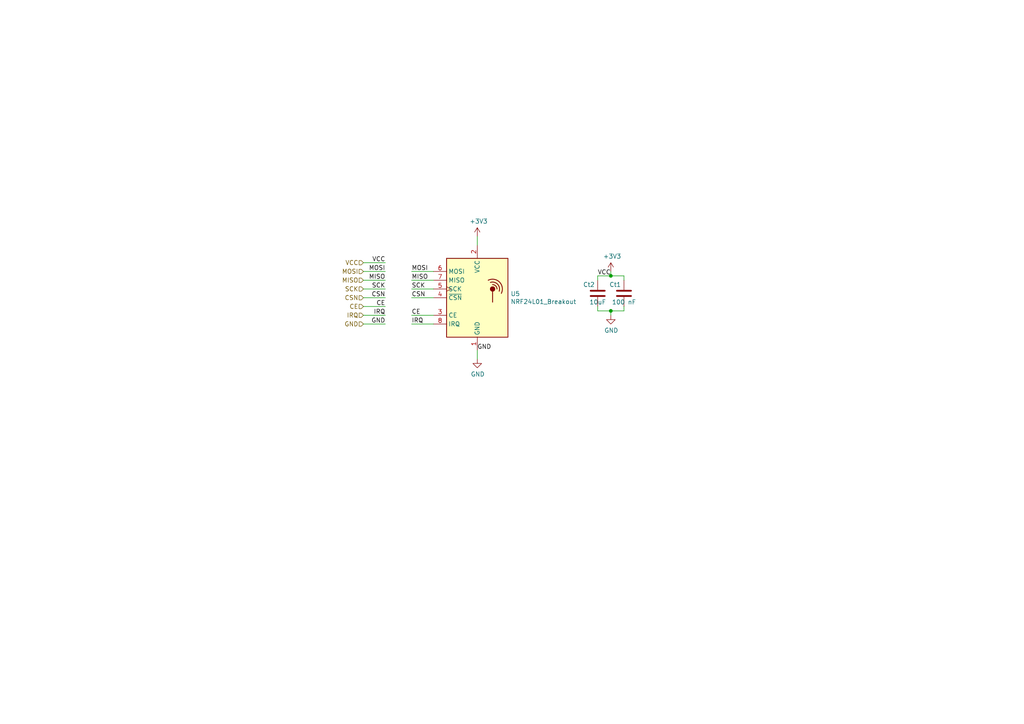
<source format=kicad_sch>
(kicad_sch (version 20200512) (host eeschema "5.99.0-unknown-57e35c9~88~ubuntu19.10.1")
  (page 1 7)
  (paper "A4")
  (lib_symbols
    (symbol "Device:C" (pin_numbers hide) (pin_names (offset 0.254))
      (property "Reference" "C" (at 0.635 2.54 0))
      (property "Value" "C" (at 0.635 -2.54 0))
      (symbol "C_0_1"
        (polyline (pts (xy -2.032 -0.762) (xy 2.032 -0.762)) (stroke (width 0.508)))
        (polyline (pts (xy -2.032 0.762) (xy 2.032 0.762)) (stroke (width 0.508)))
      )
      (symbol "C_1_1"
        (pin passive line (at 0 3.81 270) (length 2.794) (name "~") (number "1"))
        (pin passive line (at 0 -3.81 90) (length 2.794) (name "~") (number "2"))
      )
    )
    (symbol "Device:C_1" (pin_numbers hide) (pin_names (offset 0.254))
      (property "Reference" "C" (at 0.635 2.54 0))
      (property "Value" "C" (at 0.635 -2.54 0))
      (symbol "C_1_0_1"
        (polyline (pts (xy -2.032 -0.762) (xy 2.032 -0.762)) (stroke (width 0.508)))
        (polyline (pts (xy -2.032 0.762) (xy 2.032 0.762)) (stroke (width 0.508)))
      )
      (symbol "C_1_1_1"
        (pin passive line (at 0 3.81 270) (length 2.794) (name "~") (number "1"))
        (pin passive line (at 0 -3.81 90) (length 2.794) (name "~") (number "2"))
      )
    )
    (symbol "RF:NRF24L01_Breakout"
      (property "Reference" "U" (at -8.89 12.7 0))
      (property "Value" "NRF24L01_Breakout" (at 3.81 12.7 0))
      (symbol "NRF24L01_Breakout_0_1"
        (arc (start 3.175 5.08) (end 6.985 1.27) (radius (at 4.445 2.54) (length 2.8448) (angles 116.6 -26.6)) (stroke (width 0.254)))
        (arc (start 4.445 3.81) (end 5.715 2.54) (radius (at 4.445 2.5654) (length 1.2446) (angles 90 -1.1)) (stroke (width 0.254)))
        (arc (start 3.81 4.445) (end 6.35 1.905) (radius (at 4.445 2.5654) (length 1.9812) (angles 108.7 -19.1)) (stroke (width 0.254)))
        (circle (center 4.445 2.54) (radius 0.635) (stroke (width 0.254)) (fill (type outline)))
        (rectangle (start -8.89 11.43) (end 8.89 -11.43) (stroke (width 0.254)) (fill (type background)))
        (polyline (pts (xy 4.445 1.905) (xy 4.445 -1.27)) (stroke (width 0.254)))
      )
      (symbol "NRF24L01_Breakout_1_1"
        (pin power_in line (at 0 -15.24 90) (length 3.81) (name "GND") (number "1"))
        (pin power_in line (at 0 15.24 270) (length 3.81) (name "VCC") (number "2"))
        (pin input line (at -12.7 -5.08 0) (length 3.81) (name "CE") (number "3"))
        (pin input line (at -12.7 0 0) (length 3.81) (name "~CSN") (number "4"))
        (pin input clock (at -12.7 2.54 0) (length 3.81) (name "SCK") (number "5"))
        (pin input line (at -12.7 7.62 0) (length 3.81) (name "MOSI") (number "6"))
        (pin output line (at -12.7 5.08 0) (length 3.81) (name "MISO") (number "7"))
        (pin output line (at -12.7 -7.62 0) (length 3.81) (name "IRQ") (number "8"))
      )
    )
    (symbol "power:+3V3" (power) (pin_names (offset 0))
      (property "Value" "+3V3" (at 0 3.556 0))
      (symbol "+3V3_0_1"
        (polyline (pts (xy -0.762 1.27) (xy 0 2.54)))
        (polyline (pts (xy 0 0) (xy 0 2.54)))
        (polyline (pts (xy 0 2.54) (xy 0.762 1.27)))
      )
      (symbol "+3V3_1_1"
        (pin power_in line (at 0 0 90) (length 0) hide (name "+3V3") (number "1"))
      )
    )
    (symbol "power:GND" (power) (pin_names (offset 0))
      (property "Value" "GND" (at 0 -3.81 0))
      (symbol "GND_0_1"
        (polyline (pts (xy 0 0) (xy 0 -1.27) (xy 1.27 -1.27) (xy 0 -2.54) (xy -1.27 -1.27) (xy 0 -1.27)))
      )
      (symbol "GND_1_1"
        (pin power_in line (at 0 0 270) (length 0) hide (name "GND") (number "1"))
      )
    )
  )
  (junction (at 177.165 80.01))
  (junction (at 177.165 90.17))
  (wire (pts (xy 105.41 76.2) (xy 111.76 76.2)))
  (wire (pts (xy 105.41 88.9) (xy 111.76 88.9)))
  (wire (pts (xy 111.76 78.74) (xy 105.41 78.74)))
  (wire (pts (xy 111.76 81.28) (xy 105.41 81.28)))
  (wire (pts (xy 111.76 83.82) (xy 105.41 83.82)))
  (wire (pts (xy 111.76 86.36) (xy 105.41 86.36)))
  (wire (pts (xy 111.76 91.44) (xy 105.41 91.44)))
  (wire (pts (xy 111.76 93.98) (xy 105.41 93.98)))
  (wire (pts (xy 119.38 78.74) (xy 125.73 78.74)))
  (wire (pts (xy 119.38 83.82) (xy 125.73 83.82)))
  (wire (pts (xy 119.38 86.36) (xy 125.73 86.36)))
  (wire (pts (xy 119.38 93.98) (xy 125.73 93.98)))
  (wire (pts (xy 125.73 81.28) (xy 119.38 81.28)))
  (wire (pts (xy 125.73 91.44) (xy 119.38 91.44)))
  (wire (pts (xy 138.43 71.12) (xy 138.43 68.58)))
  (wire (pts (xy 138.43 101.6) (xy 138.43 104.14)))
  (wire (pts (xy 173.355 80.01) (xy 173.355 81.28)))
  (wire (pts (xy 173.355 80.01) (xy 177.165 80.01)))
  (wire (pts (xy 173.355 90.17) (xy 173.355 88.9)))
  (wire (pts (xy 173.355 90.17) (xy 177.165 90.17)))
  (wire (pts (xy 177.165 80.01) (xy 177.165 78.74)))
  (wire (pts (xy 177.165 80.01) (xy 180.975 80.01)))
  (wire (pts (xy 177.165 90.17) (xy 180.975 90.17)))
  (wire (pts (xy 177.165 91.44) (xy 177.165 90.17)))
  (wire (pts (xy 180.975 81.28) (xy 180.975 80.01)))
  (wire (pts (xy 180.975 88.9) (xy 180.975 90.17)))
  (label "VCC" (at 111.76 76.2 180))
  (label "MOSI" (at 111.76 78.74 180))
  (label "MISO" (at 111.76 81.28 180))
  (label "SCK" (at 111.76 83.82 180))
  (label "CSN" (at 111.76 86.36 180))
  (label "CE" (at 111.76 88.9 180))
  (label "IRQ" (at 111.76 91.44 180))
  (label "GND" (at 111.76 93.98 180))
  (label "MOSI" (at 119.38 78.74 0))
  (label "MISO" (at 119.38 81.28 0))
  (label "SCK" (at 119.38 83.82 0))
  (label "CSN" (at 119.38 86.36 0))
  (label "CE" (at 119.38 91.44 0))
  (label "IRQ" (at 119.38 93.98 0))
  (label "GND" (at 138.43 101.6 0))
  (label "VCC" (at 177.165 80.01 180))
  (hierarchical_label "VCC" (shape input) (at 105.41 76.2 180))
  (hierarchical_label "MOSI" (shape input) (at 105.41 78.74 180))
  (hierarchical_label "MISO" (shape input) (at 105.41 81.28 180))
  (hierarchical_label "SCK" (shape input) (at 105.41 83.82 180))
  (hierarchical_label "CSN" (shape input) (at 105.41 86.36 180))
  (hierarchical_label "CE" (shape input) (at 105.41 88.9 180))
  (hierarchical_label "IRQ" (shape input) (at 105.41 91.44 180))
  (hierarchical_label "GND" (shape input) (at 105.41 93.98 180))
  (symbol (lib_id "power:+3V3") (at 138.43 68.58 0) (unit 1)
    (property "Reference" "#PWR0117" (effects hide))
    (property "Value" "+3V3" (at 138.811 64.1858 0))
  )
  (symbol (lib_id "power:+3V3") (at 177.165 78.74 0) (unit 1)
    (property "Reference" "#PWR0118" (effects hide))
    (property "Value" "+3V3" (at 177.546 74.3458 0))
  )
  (symbol (lib_id "power:GND") (at 138.43 104.14 0) (unit 1)
    (property "Reference" "#PWR0109" (effects hide))
    (property "Value" "GND" (at 138.557 108.5342 0))
  )
  (symbol (lib_id "power:GND") (at 177.165 91.44 0) (unit 1)
    (property "Reference" "#PWR0119" (effects hide))
    (property "Value" "GND" (at 177.292 95.8342 0))
  )
  (symbol (lib_id "Device:C") (at 173.355 85.09 180) (unit 1)
    (property "Reference" "Ct2" (at 170.815 82.55 0))
    (property "Value" "10uF" (at 173.355 87.63 0))
    (property "Footprint" "Capacitor_SMD:C_0603_1608Metric_Pad1.05x0.95mm_HandSolder" (effects hide))
  )
  (symbol (lib_name "Device:C_1") (lib_id "Device:C") (at 180.975 85.09 180) (unit 1)
    (property "Reference" "Ct1" (at 178.435 82.55 0))
    (property "Value" "100 nF" (at 180.975 87.63 0))
    (property "Footprint" "Capacitor_SMD:C_0603_1608Metric_Pad1.05x0.95mm_HandSolder" (effects hide))
  )
  (symbol (lib_id "RF:NRF24L01_Breakout") (at 138.43 86.36 0) (unit 1)
    (property "Reference" "U5" (at 148.0821 85.2106 0) (effects (justify left)))
    (property "Value" "NRF24L01_Breakout" (at 148.0821 87.5093 0) (effects (justify left)))
    (property "Footprint" "Transceptor:nRF24L01_long" (effects hide))
    (property "Datasheet" "http://www.nordicsemi.com/eng/content/download/2730/34105/file/nRF24L01_Product_Specification_v2_0.pdf" (effects hide))
  )
)
</source>
